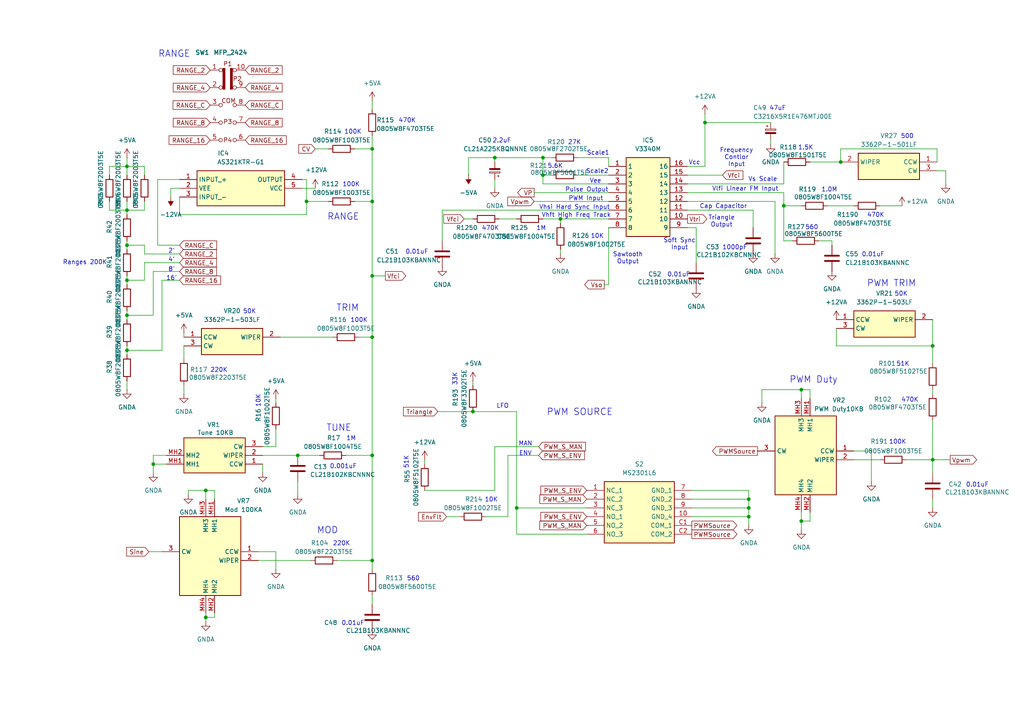
<source format=kicad_sch>
(kicad_sch (version 20250114) (generator "eeschema") (generator_version "9.0")
  (paper "A4")
  (text "LFO" (at 145.796 117.856 0) (effects (font (size 1.27 1.27))))
  (text "Scale2" (at 173.228 49.784 0) (effects (font (size 1.27 1.27))))
  (text "Vcc" (at 201.422 47.244 0) (effects (font (size 1.27 1.27))))
  (text "TRIM" (at 100.838 89.408 0) (effects (font (size 1.905 1.905))))
  (text "0.01uF" (at 283.464 140.716 0) (effects (font (size 1.27 1.27))))
  (text "560" (at 119.888 167.894 0) (effects (font (size 1.27 1.27))))
  (text "Frequency\nContlor\nInput" (at 213.614 45.72 0) (effects (font (size 1.27 1.27))))
  (text "220K" (at 63.5 107.442 0) (effects (font (size 1.27 1.27))))
  (text "10K" (at 142.494 145.034 0) (effects (font (size 1.27 1.27))))
  (text "33K" (at 131.9687 110.0165 90) (effects (font (size 1.27 1.27))))
  (text "RANGE" (at 50.546 15.748 0) (effects (font (size 1.905 1.905))))
  (text "Pulse Output" (at 170.18 55.118 0) (effects (font (size 1.27 1.27))))
  (text "47uF" (at 225.552 31.496 0) (effects (font (size 1.27 1.27))))
  (text "27K" (at 166.624 41.402 0) (effects (font (size 1.27 1.27))))
  (text "RANGE" (at 99.568 62.992 0) (effects (font (size 1.905 1.905))))
  (text "100K" (at 260.35 128.27 0) (effects (font (size 1.27 1.27))))
  (text "PWM SOURCE" (at 168.148 119.634 0) (effects (font (size 1.905 1.905))))
  (text "500" (at 263.144 39.624 0) (effects (font (size 1.27 1.27))))
  (text "Vhsi Hard Sync Input" (at 166.624 60.198 0) (effects (font (size 1.27 1.27))))
  (text "470K" (at 263.906 116.078 0) (effects (font (size 1.27 1.27))))
  (text "Triangle\nOutput" (at 209.296 64.262 0) (effects (font (size 1.27 1.27))))
  (text "0.001uF" (at 99.568 135.382 0) (effects (font (size 1.27 1.27))))
  (text "TUNE" (at 98.298 124.206 0) (effects (font (size 1.905 1.905))))
  (text "8'" (at 49.784 78.232 0) (effects (font (size 1.27 1.27))))
  (text "100K" (at 104.14 92.964 0) (effects (font (size 1.27 1.27))))
  (text "PWM Input" (at 169.926 57.658 0) (effects (font (size 1.27 1.27))))
  (text "51K" (at 117.856 134.112 90) (effects (font (size 1.27 1.27))))
  (text "470K" (at 254 62.484 0) (effects (font (size 1.27 1.27))))
  (text "PWM Duty" (at 235.966 110.236 0) (effects (font (size 1.905 1.905))))
  (text "1.5K" (at 233.68 42.926 0) (effects (font (size 1.27 1.27))))
  (text "Sawtooth\nOutput" (at 182.118 74.93 0) (effects (font (size 1.27 1.27))))
  (text "PWM TRIM" (at 258.572 82.296 0) (effects (font (size 1.905 1.905))))
  (text "1000pF" (at 213.106 71.882 0) (effects (font (size 1.27 1.27))))
  (text "Vlfi Linear FM Input" (at 216.154 54.864 0) (effects (font (size 1.27 1.27))))
  (text "220K" (at 99.06 157.734 0) (effects (font (size 1.27 1.27))))
  (text "MAN" (at 152.4 128.778 0) (effects (font (size 1.27 1.27))))
  (text "16'" (at 49.784 80.772 0) (effects (font (size 1.27 1.27))))
  (text "Vee" (at 172.72 52.578 0) (effects (font (size 1.27 1.27))))
  (text "10K" (at 173.228 68.58 0) (effects (font (size 1.27 1.27))))
  (text "0.01uF" (at 253.238 73.914 0) (effects (font (size 1.27 1.27))))
  (text "Soft Sync\nInput" (at 197.104 70.866 0) (effects (font (size 1.27 1.27))))
  (text "Scale1" (at 173.482 44.45 0) (effects (font (size 1.27 1.27))))
  (text "0.01uF" (at 102.362 180.848 0) (effects (font (size 1.27 1.27))))
  (text "Ranges 200K" (at 24.638 76.2 0) (effects (font (size 1.27 1.27))))
  (text "51K" (at 261.874 105.664 0) (effects (font (size 1.27 1.27))))
  (text "100K" (at 102.362 38.354 0) (effects (font (size 1.27 1.27))))
  (text "560" (at 235.458 66.04 0) (effects (font (size 1.27 1.27))))
  (text "2.2uF" (at 145.542 40.894 0) (effects (font (size 1.27 1.27))))
  (text "1M" (at 101.854 127.254 0) (effects (font (size 1.27 1.27))))
  (text "Vs Scale" (at 221.234 52.07 0) (effects (font (size 1.27 1.27))))
  (text "ENV" (at 152.4 131.572 0) (effects (font (size 1.27 1.27))))
  (text "50K" (at 72.39 90.424 0) (effects (font (size 1.27 1.27))))
  (text "470K" (at 142.24 66.294 0) (effects (font (size 1.27 1.27))))
  (text "100K" (at 101.854 53.594 0) (effects (font (size 1.27 1.27))))
  (text "10K" (at 74.93 116.332 90) (effects (font (size 1.27 1.27))))
  (text "1.0M" (at 240.538 55.118 0) (effects (font (size 1.27 1.27))))
  (text "Cap Capacitor" (at 209.804 59.944 0) (effects (font (size 1.27 1.27))))
  (text "0.01uF" (at 196.85 79.756 0) (effects (font (size 1.27 1.27))))
  (text "0.01uF" (at 120.904 73.152 0) (effects (font (size 1.27 1.27))))
  (text "50K" (at 261.366 85.344 0) (effects (font (size 1.27 1.27))))
  (text "470K" (at 118.11 35.052 0) (effects (font (size 1.27 1.27))))
  (text "1M" (at 156.972 66.294 0) (effects (font (size 1.27 1.27))))
  (text "4'" (at 49.784 75.438 0) (effects (font (size 1.27 1.27))))
  (text "MOD" (at 94.996 153.924 0) (effects (font (size 1.905 1.905))))
  (text "Vhft High Freq Track" (at 167.132 62.484 0) (effects (font (size 1.27 1.27))))
  (text "5.6K" (at 161.036 48.26 0) (effects (font (size 1.27 1.27))))
  (text "2'" (at 49.784 72.898 0) (effects (font (size 1.27 1.27))))
  (junction (at 36.83 91.44))
  (junction (at 36.83 101.6))
  (junction (at 44.45 134.62))
  (junction (at 107.95 97.79))
  (junction (at 157.48 50.8))
  (junction (at 157.48 45.72))
  (junction (at 107.95 58.42))
  (junction (at 204.47 35.56))
  (junction (at 86.36 132.08))
  (junction (at 137.16 119.38))
  (junction (at 149.86 147.32))
  (junction (at 88.9 58.42))
  (junction (at 227.33 59.69))
  (junction (at 143.51 45.72))
  (junction (at 36.83 71.12))
  (junction (at 162.56 63.5))
  (junction (at 36.83 60.96))
  (junction (at 107.95 162.56))
  (junction (at 107.95 80.01))
  (junction (at 36.83 81.28))
  (junction (at 59.69 179.07))
  (junction (at 107.95 43.18))
  (junction (at 243.84 46.99))
  (junction (at 36.83 48.26))
  (junction (at 59.69 142.24))
  (junction (at 270.51 133.35))
  (junction (at 217.17 147.32))
  (junction (at 107.95 132.08))
  (junction (at 270.51 100.33))
  (junction (at 232.41 151.13))
  (junction (at 217.17 144.78))
  (junction (at 232.41 113.03))
  (junction (at 217.17 149.86))
  (wire (pts (xy 76.2 129.54) (xy 80.01 129.54)))
  (wire (pts (xy 128.27 60.96) (xy 128.27 69.85)))
  (wire (pts (xy 227.33 46.99) (xy 227.33 53.34)))
  (wire (pts (xy 107.95 43.18) (xy 107.95 58.42)))
  (wire (pts (xy 107.95 172.72) (xy 107.95 175.26)))
  (wire (pts (xy 200.66 149.86) (xy 217.17 149.86)))
  (wire (pts (xy 41.91 76.2) (xy 52.07 76.2)))
  (wire (pts (xy 36.83 48.26) (xy 41.91 48.26)))
  (wire (pts (xy 81.28 97.79) (xy 96.52 97.79)))
  (wire (pts (xy 247.65 130.81) (xy 252.73 130.81)))
  (wire (pts (xy 176.53 45.72) (xy 167.64 45.72)))
  (wire (pts (xy 157.48 45.72) (xy 160.02 45.72)))
  (wire (pts (xy 200.66 147.32) (xy 217.17 147.32)))
  (wire (pts (xy 255.27 59.69) (xy 261.62 59.69)))
  (wire (pts (xy 45.72 71.12) (xy 45.72 52.07)))
  (wire (pts (xy 270.51 100.33) (xy 270.51 92.71)))
  (wire (pts (xy 232.41 113.03) (xy 220.98 113.03)))
  (wire (pts (xy 149.86 147.32) (xy 149.86 119.38)))
  (wire (pts (xy 162.56 63.5) (xy 176.53 63.5)))
  (wire (pts (xy 53.34 96.52) (xy 53.34 97.79)))
  (wire (pts (xy 134.62 63.5) (xy 137.16 63.5)))
  (wire (pts (xy 137.16 110.49) (xy 137.16 111.76)))
  (wire (pts (xy 36.83 60.96) (xy 36.83 62.23)))
  (wire (pts (xy 46.99 101.6) (xy 46.99 81.28)))
  (wire (pts (xy 41.91 71.12) (xy 41.91 73.66)))
  (wire (pts (xy 199.39 55.88) (xy 227.33 55.88)))
  (wire (pts (xy 217.17 149.86) (xy 217.17 152.4)))
  (wire (pts (xy 217.17 144.78) (xy 217.17 147.32)))
  (wire (pts (xy 237.49 69.85) (xy 241.3 69.85)))
  (wire (pts (xy 262.89 133.35) (xy 270.51 133.35)))
  (wire (pts (xy 147.32 132.08) (xy 156.21 132.08)))
  (wire (pts (xy 143.51 45.72) (xy 157.48 45.72)))
  (wire (pts (xy 54.61 142.24) (xy 59.69 142.24)))
  (wire (pts (xy 227.33 55.88) (xy 227.33 59.69)))
  (wire (pts (xy 36.83 90.17) (xy 36.83 91.44)))
  (wire (pts (xy 176.53 48.26) (xy 176.53 45.72)))
  (wire (pts (xy 270.51 133.35) (xy 275.59 133.35)))
  (wire (pts (xy 143.51 129.54) (xy 156.21 129.54)))
  (wire (pts (xy 252.73 130.81) (xy 252.73 139.7)))
  (wire (pts (xy 88.9 52.07) (xy 87.63 52.07)))
  (wire (pts (xy 175.26 82.55) (xy 176.53 82.55)))
  (wire (pts (xy 41.91 48.26) (xy 41.91 50.8)))
  (wire (pts (xy 224.79 58.42) (xy 224.79 73.66)))
  (wire (pts (xy 59.69 142.24) (xy 59.69 144.78)))
  (wire (pts (xy 232.41 148.59) (xy 232.41 151.13)))
  (wire (pts (xy 154.94 58.42) (xy 176.53 58.42)))
  (wire (pts (xy 62.23 144.78) (xy 62.23 142.24)))
  (wire (pts (xy 204.47 33.02) (xy 204.47 35.56)))
  (wire (pts (xy 76.2 137.16) (xy 76.2 134.62)))
  (wire (pts (xy 111.76 80.01) (xy 107.95 80.01)))
  (wire (pts (xy 170.18 154.94) (xy 149.86 154.94)))
  (wire (pts (xy 53.34 111.76) (xy 53.34 114.3)))
  (wire (pts (xy 107.95 97.79) (xy 107.95 80.01)))
  (wire (pts (xy 41.91 73.66) (xy 52.07 73.66)))
  (wire (pts (xy 36.83 91.44) (xy 44.45 91.44)))
  (wire (pts (xy 227.33 53.34) (xy 199.39 53.34)))
  (wire (pts (xy 53.34 100.33) (xy 53.34 104.14)))
  (wire (pts (xy 232.41 151.13) (xy 232.41 153.67)))
  (wire (pts (xy 107.95 97.79) (xy 107.95 132.08)))
  (wire (pts (xy 36.83 80.01) (xy 36.83 81.28)))
  (wire (pts (xy 54.61 143.51) (xy 54.61 142.24)))
  (wire (pts (xy 241.3 69.85) (xy 241.3 71.12)))
  (wire (pts (xy 229.87 69.85) (xy 227.33 69.85)))
  (wire (pts (xy 129.54 149.86) (xy 133.35 149.86)))
  (wire (pts (xy 270.51 113.03) (xy 270.51 114.3)))
  (wire (pts (xy 144.78 63.5) (xy 149.86 63.5)))
  (wire (pts (xy 270.51 133.35) (xy 270.51 137.16)))
  (wire (pts (xy 36.83 45.72) (xy 36.83 48.26)))
  (wire (pts (xy 59.69 179.07) (xy 59.69 180.34)))
  (wire (pts (xy 234.95 115.57) (xy 234.95 113.03)))
  (wire (pts (xy 36.83 91.44) (xy 36.83 92.71)))
  (wire (pts (xy 143.51 45.72) (xy 143.51 46.99)))
  (wire (pts (xy 127 119.38) (xy 137.16 119.38)))
  (wire (pts (xy 218.44 60.96) (xy 218.44 66.04)))
  (wire (pts (xy 45.72 71.12) (xy 52.07 71.12)))
  (wire (pts (xy 201.93 66.04) (xy 199.39 66.04)))
  (wire (pts (xy 200.66 144.78) (xy 217.17 144.78)))
  (wire (pts (xy 44.45 91.44) (xy 44.45 78.74)))
  (wire (pts (xy 217.17 147.32) (xy 217.17 149.86)))
  (wire (pts (xy 86.36 139.7) (xy 86.36 143.51)))
  (wire (pts (xy 140.97 149.86) (xy 147.32 149.86)))
  (wire (pts (xy 234.95 151.13) (xy 234.95 148.59)))
  (wire (pts (xy 31.75 50.8) (xy 31.75 48.26)))
  (wire (pts (xy 88.9 62.23) (xy 88.9 58.42)))
  (wire (pts (xy 234.95 46.99) (xy 243.84 46.99)))
  (wire (pts (xy 123.19 133.35) (xy 123.19 134.62)))
  (wire (pts (xy 157.48 63.5) (xy 162.56 63.5)))
  (wire (pts (xy 176.53 60.96) (xy 128.27 60.96)))
  (wire (pts (xy 74.93 162.56) (xy 90.17 162.56)))
  (wire (pts (xy 74.93 160.02) (xy 80.01 160.02)))
  (wire (pts (xy 199.39 58.42) (xy 224.79 58.42)))
  (wire (pts (xy 143.51 142.24) (xy 143.51 129.54)))
  (wire (pts (xy 232.41 115.57) (xy 232.41 113.03)))
  (wire (pts (xy 36.83 81.28) (xy 36.83 82.55)))
  (wire (pts (xy 204.47 48.26) (xy 199.39 48.26)))
  (wire (pts (xy 200.66 142.24) (xy 217.17 142.24)))
  (wire (pts (xy 199.39 60.96) (xy 218.44 60.96)))
  (wire (pts (xy 209.55 50.8) (xy 199.39 50.8)))
  (wire (pts (xy 160.02 50.8) (xy 157.48 50.8)))
  (wire (pts (xy 88.9 58.42) (xy 88.9 52.07)))
  (wire (pts (xy 36.83 69.85) (xy 36.83 71.12)))
  (wire (pts (xy 104.14 97.79) (xy 107.95 97.79)))
  (wire (pts (xy 242.57 100.33) (xy 270.51 100.33)))
  (wire (pts (xy 102.87 43.18) (xy 107.95 43.18)))
  (wire (pts (xy 176.53 82.55) (xy 176.53 66.04)))
  (wire (pts (xy 107.95 58.42) (xy 107.95 80.01)))
  (wire (pts (xy 86.36 132.08) (xy 92.71 132.08)))
  (wire (pts (xy 107.95 29.21) (xy 107.95 31.75)))
  (wire (pts (xy 48.26 134.62) (xy 44.45 134.62)))
  (wire (pts (xy 223.52 40.64) (xy 223.52 41.91)))
  (wire (pts (xy 170.18 147.32) (xy 149.86 147.32)))
  (wire (pts (xy 41.91 81.28) (xy 41.91 76.2)))
  (wire (pts (xy 36.83 60.96) (xy 41.91 60.96)))
  (wire (pts (xy 271.78 49.53) (xy 274.32 49.53)))
  (wire (pts (xy 135.89 45.72) (xy 143.51 45.72)))
  (wire (pts (xy 36.83 58.42) (xy 36.83 60.96)))
  (wire (pts (xy 234.95 113.03) (xy 232.41 113.03)))
  (wire (pts (xy 167.64 50.8) (xy 176.53 50.8)))
  (wire (pts (xy 80.01 124.46) (xy 80.01 129.54)))
  (wire (pts (xy 36.83 48.26) (xy 36.83 50.8)))
  (wire (pts (xy 240.03 59.69) (xy 247.65 59.69)))
  (wire (pts (xy 232.41 151.13) (xy 234.95 151.13)))
  (wire (pts (xy 135.89 45.72) (xy 135.89 50.8)))
  (wire (pts (xy 154.94 55.88) (xy 176.53 55.88)))
  (wire (pts (xy 227.33 59.69) (xy 232.41 59.69)))
  (wire (pts (xy 147.32 149.86) (xy 147.32 132.08)))
  (wire (pts (xy 80.01 116.84) (xy 80.01 115.57)))
  (wire (pts (xy 80.01 160.02) (xy 80.01 165.1)))
  (wire (pts (xy 62.23 179.07) (xy 59.69 179.07)))
  (wire (pts (xy 270.51 121.92) (xy 270.51 133.35)))
  (wire (pts (xy 204.47 35.56) (xy 223.52 35.56)))
  (wire (pts (xy 45.72 52.07) (xy 52.07 52.07)))
  (wire (pts (xy 271.78 46.99) (xy 271.78 43.18)))
  (wire (pts (xy 91.44 43.18) (xy 95.25 43.18)))
  (wire (pts (xy 107.95 39.37) (xy 107.95 43.18)))
  (wire (pts (xy 143.51 52.07) (xy 143.51 54.61)))
  (wire (pts (xy 271.78 43.18) (xy 243.84 43.18)))
  (wire (pts (xy 123.19 142.24) (xy 143.51 142.24)))
  (wire (pts (xy 87.63 54.61) (xy 91.44 54.61)))
  (wire (pts (xy 176.53 53.34) (xy 157.48 53.34)))
  (wire (pts (xy 46.99 81.28) (xy 52.07 81.28)))
  (wire (pts (xy 31.75 48.26) (xy 36.83 48.26)))
  (wire (pts (xy 88.9 58.42) (xy 95.25 58.42)))
  (wire (pts (xy 220.98 113.03) (xy 220.98 116.84)))
  (wire (pts (xy 62.23 177.8) (xy 62.23 179.07)))
  (wire (pts (xy 36.83 100.33) (xy 36.83 101.6)))
  (wire (pts (xy 243.84 43.18) (xy 243.84 46.99)))
  (wire (pts (xy 107.95 162.56) (xy 107.95 165.1)))
  (wire (pts (xy 41.91 60.96) (xy 41.91 58.42)))
  (wire (pts (xy 44.45 132.08) (xy 44.45 134.62)))
  (wire (pts (xy 44.45 78.74) (xy 52.07 78.74)))
  (wire (pts (xy 31.75 60.96) (xy 36.83 60.96)))
  (wire (pts (xy 36.83 71.12) (xy 41.91 71.12)))
  (wire (pts (xy 49.53 54.61) (xy 49.53 57.15)))
  (wire (pts (xy 270.51 100.33) (xy 270.51 105.41)))
  (wire (pts (xy 157.48 45.72) (xy 157.48 50.8)))
  (wire (pts (xy 270.51 144.78) (xy 270.51 147.32)))
  (wire (pts (xy 162.56 63.5) (xy 162.56 64.77)))
  (wire (pts (xy 149.86 154.94) (xy 149.86 147.32)))
  (wire (pts (xy 107.95 162.56) (xy 107.95 132.08)))
  (wire (pts (xy 102.87 58.42) (xy 107.95 58.42)))
  (wire (pts (xy 100.33 132.08) (xy 107.95 132.08)))
  (wire (pts (xy 274.32 49.53) (xy 274.32 53.34)))
  (wire (pts (xy 149.86 119.38) (xy 137.16 119.38)))
  (wire (pts (xy 43.18 160.02) (xy 46.99 160.02)))
  (wire (pts (xy 44.45 134.62) (xy 44.45 137.16)))
  (wire (pts (xy 48.26 132.08) (xy 44.45 132.08)))
  (wire (pts (xy 59.69 177.8) (xy 59.69 179.07)))
  (wire (pts (xy 227.33 59.69) (xy 227.33 69.85)))
  (wire (pts (xy 36.83 101.6) (xy 46.99 101.6)))
  (wire (pts (xy 52.07 57.15) (xy 52.07 62.23)))
  (wire (pts (xy 157.48 53.34) (xy 157.48 50.8)))
  (wire (pts (xy 52.07 54.61) (xy 49.53 54.61)))
  (wire (pts (xy 217.17 142.24) (xy 217.17 144.78)))
  (wire (pts (xy 36.83 71.12) (xy 36.83 72.39)))
  (wire (pts (xy 62.23 142.24) (xy 59.69 142.24)))
  (wire (pts (xy 31.75 58.42) (xy 31.75 60.96)))
  (wire (pts (xy 247.65 133.35) (xy 255.27 133.35)))
  (wire (pts (xy 76.2 132.08) (xy 86.36 132.08)))
  (wire (pts (xy 52.07 62.23) (xy 88.9 62.23)))
  (wire (pts (xy 201.93 66.04) (xy 201.93 76.2)))
  (wire (pts (xy 242.57 95.25) (xy 242.57 100.33)))
  (wire (pts (xy 36.83 110.49) (xy 36.83 113.03)))
  (wire (pts (xy 97.79 162.56) (xy 107.95 162.56)))
  (wire (pts (xy 36.83 81.28) (xy 41.91 81.28)))
  (wire (pts (xy 162.56 73.66) (xy 162.56 72.39)))
  (wire (pts (xy 204.47 35.56) (xy 204.47 48.26)))
  (wire (pts (xy 36.83 101.6) (xy 36.83 102.87)))
  (global_label "VP" (shape output) (at 154.94 55.88 180) (property "Intersheetrefs" "${INTERSHEET_REFS}" (effects (hide yes))))
  (global_label "RANGE_16" (shape input) (at 52.07 81.28 0) (property "Intersheetrefs" "${INTERSHEET_REFS}" (effects (hide yes))))
  (global_label "Vpwm" (shape input) (at 154.94 58.42 180) (property "Intersheetrefs" "${INTERSHEET_REFS}" (effects (hide yes))))
  (global_label "RANGE_2" (shape input) (at 71.12 20.32 0) (property "Intersheetrefs" "${INTERSHEET_REFS}" (effects (hide yes))))
  (global_label "RANGE_16" (shape input) (at 60.96 40.64 180) (property "Intersheetrefs" "${INTERSHEET_REFS}" (effects (hide yes))))
  (global_label "PWMSource" (shape output) (at 200.66 152.4 0) (property "Intersheetrefs" "${INTERSHEET_REFS}" (effects (hide yes))))
  (global_label "RANGE_8" (shape input) (at 71.12 35.56 0) (property "Intersheetrefs" "${INTERSHEET_REFS}" (effects (hide yes))))
  (global_label "Vpwm" (shape output) (at 275.59 133.35 0) (property "Intersheetrefs" "${INTERSHEET_REFS}" (effects (hide yes))))
  (global_label "EnvFlt" (shape input) (at 129.54 149.86 180) (property "Intersheetrefs" "${INTERSHEET_REFS}" (effects (hide yes))))
  (global_label "Vfci" (shape input) (at 209.55 50.8 0) (property "Intersheetrefs" "${INTERSHEET_REFS}" (effects (hide yes))))
  (global_label "PWM_S_MAN" (shape input) (at 156.21 129.54 0) (property "Intersheetrefs" "${INTERSHEET_REFS}" (effects (hide yes))))
  (global_label "RANGE_2" (shape input) (at 52.07 73.66 0) (property "Intersheetrefs" "${INTERSHEET_REFS}" (effects (hide yes))))
  (global_label "Triangle" (shape input) (at 127 119.38 180) (property "Intersheetrefs" "${INTERSHEET_REFS}" (effects (hide yes))))
  (global_label "PWM_S_ENV" (shape input) (at 156.21 132.08 0) (property "Intersheetrefs" "${INTERSHEET_REFS}" (effects (hide yes))))
  (global_label "RANGE_2" (shape input) (at 60.96 20.32 180) (property "Intersheetrefs" "${INTERSHEET_REFS}" (effects (hide yes))))
  (global_label "PWM_S_MAN" (shape input) (at 170.18 152.4 180) (property "Intersheetrefs" "${INTERSHEET_REFS}" (effects (hide yes))))
  (global_label "RANGE_4" (shape input) (at 52.07 76.2 0) (property "Intersheetrefs" "${INTERSHEET_REFS}" (effects (hide yes))))
  (global_label "PWMSource" (shape output) (at 219.71 130.81 180) (property "Intersheetrefs" "${INTERSHEET_REFS}" (effects (hide yes))))
  (global_label "RANGE_16" (shape input) (at 71.12 40.64 0) (property "Intersheetrefs" "${INTERSHEET_REFS}" (effects (hide yes))))
  (global_label "RANGE_C" (shape input) (at 71.12 30.48 0) (property "Intersheetrefs" "${INTERSHEET_REFS}" (effects (hide yes))))
  (global_label "RANGE_4" (shape input) (at 60.96 25.4 180) (property "Intersheetrefs" "${INTERSHEET_REFS}" (effects (hide yes))))
  (global_label "PWM_S_MAN" (shape input) (at 170.18 144.78 180) (property "Intersheetrefs" "${INTERSHEET_REFS}" (effects (hide yes))))
  (global_label "RANGE_C" (shape input) (at 60.96 30.48 180) (property "Intersheetrefs" "${INTERSHEET_REFS}" (effects (hide yes))))
  (global_label "PWM_S_ENV" (shape input) (at 170.18 142.24 180) (property "Intersheetrefs" "${INTERSHEET_REFS}" (effects (hide yes))))
  (global_label "CV" (shape input) (at 91.44 43.18 180) (property "Intersheetrefs" "${INTERSHEET_REFS}" (effects (hide yes))))
  (global_label "Vfci" (shape output) (at 111.76 80.01 0) (property "Intersheetrefs" "${INTERSHEET_REFS}" (effects (hide yes))))
  (global_label "RANGE_C" (shape input) (at 52.07 71.12 0) (property "Intersheetrefs" "${INTERSHEET_REFS}" (effects (hide yes))))
  (global_label "Sine" (shape input) (at 43.18 160.02 180) (property "Intersheetrefs" "${INTERSHEET_REFS}" (effects (hide yes))))
  (global_label "RANGE_8" (shape input) (at 52.07 78.74 0) (property "Intersheetrefs" "${INTERSHEET_REFS}" (effects (hide yes))))
  (global_label "Vfci" (shape input) (at 134.62 63.5 180) (property "Intersheetrefs" "${INTERSHEET_REFS}" (effects (hide yes))))
  (global_label "Vso" (shape output) (at 175.26 82.55 180) (property "Intersheetrefs" "${INTERSHEET_REFS}" (effects (hide yes))))
  (global_label "RANGE_8" (shape input) (at 60.96 35.56 180) (property "Intersheetrefs" "${INTERSHEET_REFS}" (effects (hide yes))))
  (global_label "PWM_S_ENV" (shape input) (at 170.18 149.86 180) (property "Intersheetrefs" "${INTERSHEET_REFS}" (effects (hide yes))))
  (global_label "RANGE_4" (shape input) (at 71.12 25.4 0) (property "Intersheetrefs" "${INTERSHEET_REFS}" (effects (hide yes))))
  (global_label "PWMSource" (shape output) (at 200.66 154.94 0) (property "Intersheetrefs" "${INTERSHEET_REFS}" (effects (hide yes))))
  (global_label "Vtri" (shape output) (at 199.39 63.5 0) (property "Intersheetrefs" "${INTERSHEET_REFS}" (effects (hide yes))))
  (symbol (lib_id "power:+5VA") (at 53.34 96.52 0) (unit 1)
    (property "Reference" "#PWR020" (effects (hide yes)))
    (property "Value" "+5VA" (at 53.34 91.44 0))
    (property "Description" "Power symbol creates a global label with name \"+5VA\"" (effects (hide yes)))
  )
  (symbol (lib_id "Device:R") (at 231.14 46.99 90) (unit 1)
    (property "Reference" "R118" (at 228.6 42.672 90))
    (property "Value" "0805W8F1501T5E" (at 231.394 44.958 90))
    (property "Footprint" "Resistor_SMD:R_0805_2012Metric_Pad1.20x1.40mm_HandSolder" (effects (hide yes)))
    (property "Description" "Resistor" (effects (hide yes)))
  )
  (symbol (lib_id "Device:R") (at 80.01 120.65 180) (unit 1)
    (property "Reference" "R16" (at 74.93 120.396 90))
    (property "Value" "0805W8F1002T5E" (at 77.47 120.65 90))
    (property "Footprint" "Resistor_SMD:R_0805_2012Metric_Pad1.20x1.40mm_HandSolder" (effects (hide yes)))
    (property "Description" "Resistor" (effects (hide yes)))
  )
  (symbol (lib_id "Device:R") (at 163.83 50.8 90) (unit 1)
    (property "Reference" "R121" (at 156.21 48.006 90))
    (property "Value" "0805W8F5601T5E" (at 162.306 50.038 90))
    (property "Footprint" "Resistor_SMD:R_0805_2012Metric_Pad1.20x1.40mm_HandSolder" (effects (hide yes)))
    (property "Description" "Resistor" (effects (hide yes)))
  )
  (symbol (lib_id "power:GNDA") (at 217.17 152.4 0) (unit 1)
    (property "Reference" "#PWR027" (effects (hide yes)))
    (property "Value" "GNDA" (at 217.17 157.48 0))
    (property "Description" "Power symbol creates a global label with name \"GNDA\" , analog ground" (effects (hide yes)))
  )
  (symbol (lib_id "Device:C") (at 201.93 80.01 180) (unit 1)
    (property "Reference" "C52" (at 187.96 79.502 0) (effects (justify right)))
    (property "Value" "CL21B103KBANNNC" (at 184.912 81.788 0) (effects (justify right)))
    (property "Footprint" "Capacitor_SMD:C_0805_2012Metric_Pad1.18x1.45mm_HandSolder" (effects (hide yes)))
    (property "Description" "Unpolarized capacitor" (effects (hide yes)))
  )
  (symbol (lib_id "power:GNDA") (at 252.73 139.7 0) (unit 1)
    (property "Reference" "#PWR075" (effects (hide yes)))
    (property "Value" "GNDA" (at 252.73 144.78 0))
    (property "Description" "Power symbol creates a global label with name \"GNDA\" , analog ground" (effects (hide yes)))
  )
  (symbol (lib_id "Device:C") (at 218.44 69.85 180) (unit 1)
    (property "Reference" "C53" (at 204.724 71.628 0) (effects (justify right)))
    (property "Value" "CL21B102KBCNNNC" (at 201.93 73.914 0) (effects (justify right)))
    (property "Footprint" "Capacitor_SMD:C_0805_2012Metric_Pad1.18x1.45mm_HandSolder" (effects (hide yes)))
    (property "Description" "Unpolarized capacitor" (effects (hide yes)))
  )
  (symbol (lib_id "power:+5VA") (at 80.01 115.57 0) (unit 1)
    (property "Reference" "#PWR017" (effects (hide yes)))
    (property "Value" "+5VA" (at 80.01 110.49 0))
    (property "Description" "Power symbol creates a global label with name \"+5VA\"" (effects (hide yes)))
  )
  (symbol (lib_id "SamacSys_Parts:RK09D117000B") (at 76.2 134.62 180) (unit 1)
    (property "Reference" "VR1" (at 61.976 123.19 0))
    (property "Value" "Tune 10KB" (at 62.484 125.476 0))
    (property "Footprint" "SamacSys_parts:RK09D117000B" (effects (hide yes)))
    (property "Datasheet" "https://tech.alpsalpine.com/prod/j/html/potentiometer/rotarypotentiometers/rk09k/rk09d117000b.html" (effects (hide yes)))
    (property "Description" "9-inch insulated shaft snap-in type RK09K/RK09D series" (effects (hide yes)))
    (property "Height" "30" (effects (hide yes)))
    (property "Manufacturer_Name" "ALPS Electric" (effects (hide yes)))
    (property "Manufacturer_Part_Number" "RK09D117000B" (effects (hide yes)))
    (property "Mouser Part Number" "688-RK09D117000B" (effects (hide yes)))
    (property "Mouser Price/Stock" "https://www.mouser.co.uk/ProductDetail/Alps-Alpine/RK09D117000B?qs=3cOf6TWd2rbc67829PEbEQ%3D%3D" (effects (hide yes)))
  )
  (symbol (lib_id "power:GNDA") (at 54.61 143.51 0) (mirror y) (unit 1)
    (property "Reference" "#PWR010" (effects (hide yes)))
    (property "Value" "GNDA" (at 54.61 148.59 0))
    (property "Description" "Power symbol creates a global label with name \"GNDA\" , analog ground" (effects (hide yes)))
  )
  (symbol (lib_id "power:GNDA") (at 80.01 165.1 0) (mirror y) (unit 1)
    (property "Reference" "#PWR059" (effects (hide yes)))
    (property "Value" "GNDA" (at 80.01 170.18 0))
    (property "Description" "Power symbol creates a global label with name \"GNDA\" , analog ground" (effects (hide yes)))
  )
  (symbol (lib_id "power:GNDA") (at 53.34 114.3 0) (unit 1)
    (property "Reference" "#PWR051" (effects (hide yes)))
    (property "Value" "GNDA" (at 53.34 119.38 0))
    (property "Description" "Power symbol creates a global label with name \"GNDA\" , analog ground" (effects (hide yes)))
  )
  (symbol (lib_id "Device:R") (at 93.98 162.56 90) (unit 1)
    (property "Reference" "R104" (at 92.71 157.48 90))
    (property "Value" "0805W8F2203T5E" (at 93.98 160.02 90))
    (property "Footprint" "Resistor_SMD:R_0805_2012Metric_Pad1.20x1.40mm_HandSolder" (effects (hide yes)))
    (property "Description" "Resistor" (effects (hide yes)))
  )
  (symbol (lib_id "power:GNDA") (at 232.41 153.67 0) (unit 1)
    (property "Reference" "#PWR060" (effects (hide yes)))
    (property "Value" "GNDA" (at 232.41 158.75 0))
    (property "Description" "Power symbol creates a global label with name \"GNDA\" , analog ground" (effects (hide yes)))
  )
  (symbol (lib_id "Device:C") (at 86.36 135.89 180) (unit 1)
    (property "Reference" "C13" (at 90.932 135.382 0) (effects (justify right)))
    (property "Value" "CL21B102KBCNNNC" (at 89.916 137.668 0) (effects (justify right)))
    (property "Footprint" "Capacitor_SMD:C_0805_2012Metric_Pad1.18x1.45mm_HandSolder" (effects (hide yes)))
    (property "Description" "Unpolarized capacitor" (effects (hide yes)))
  )
  (symbol (lib_id "SamacSys_Parts:3362P-1-103LF") (at 53.34 97.79 0) (unit 1)
    (property "Reference" "VR20" (at 67.31 90.17 0))
    (property "Value" "3362P-1-503LF" (at 67.31 92.71 0))
    (property "Footprint" "SamacSys_parts:3362P_1" (effects (hide yes)))
    (property "Datasheet" "https://datasheet.datasheetarchive.com/originals/distributors/SFDatasheet-6/sf-000139931.pdf" (effects (hide yes)))
    (property "Description" "10k, Through Hole Trimmer Potentiometer 0.5W Top Adjust Bourns, 3362" (effects (hide yes)))
    (property "Manufacturer_Name" "Bourns" (effects (hide yes)))
    (property "Manufacturer_Part_Number" "3362P-1-103LF" (effects (hide yes)))
    (property "Mouser Part Number" "652-3362P-1-103LF" (effects (hide yes)))
    (property "Mouser Price/Stock" "https://www.mouser.co.uk/ProductDetail/Bourns/3362P-1-103LF?qs=tS7CBNq%252BQ07BavGNEQud%252BA%3D%3D" (effects (hide yes)))
    (property "Arrow Part Number" "3362P-1-103LF" (effects (hide yes)))
    (property "Arrow Price/Stock" "https://www.arrow.com/en/products/3362p-1-103lf/bourns?utm_currency=USD&region=nac" (effects (hide yes)))
  )
  (symbol (lib_id "power:GNDA") (at 218.44 73.66 0) (unit 1)
    (property "Reference" "#PWR063" (effects (hide yes)))
    (property "Value" "GNDA" (at 218.44 78.74 0))
    (property "Description" "Power symbol creates a global label with name \"GNDA\" , analog ground" (effects (hide yes)))
  )
  (symbol (lib_id "Device:R") (at 31.75 54.61 180) (unit 1)
    (property "Reference" "R43" (at 29.21 57.912 90))
    (property "Value" "0805W8F2003T5E" (at 29.21 52.07 90))
    (property "Footprint" "Resistor_SMD:R_0805_2012Metric_Pad1.20x1.40mm_HandSolder" (effects (hide yes)))
    (property "Description" "Resistor" (effects (hide yes)))
  )
  (symbol (lib_id "power:+12VA") (at 91.44 54.61 0) (unit 1)
    (property "Reference" "#PWR052" (effects (hide yes)))
    (property "Value" "+12VA" (at 91.694 49.276 0))
    (property "Description" "Power symbol creates a global label with name \"+12VA\"" (effects (hide yes)))
  )
  (symbol (lib_id "Device:R") (at 140.97 63.5 90) (unit 1)
    (property "Reference" "R1250" (at 135.382 66.04 90))
    (property "Value" "0805W8F4703T5E" (at 139.7 68.58 90))
    (property "Footprint" "Resistor_SMD:R_0805_2012Metric_Pad1.20x1.40mm_HandSolder" (effects (hide yes)))
    (property "Description" "Resistor" (effects (hide yes)))
  )
  (symbol (lib_id "power:+12VA") (at 123.19 133.35 0) (unit 1)
    (property "Reference" "#PWR055" (effects (hide yes)))
    (property "Value" "+12VA" (at 123.19 128.27 0))
    (property "Description" "Power symbol creates a global label with name \"+12VA\"" (effects (hide yes)))
  )
  (symbol (lib_name "R_1") (lib_id "Device:R") (at 137.16 115.57 180) (unit 1)
    (property "Reference" "R193" (at 132.08 115.316 90))
    (property "Value" "0805W8F3302T5E" (at 134.62 115.57 90))
    (property "Footprint" "Resistor_SMD:R_0805_2012Metric_Pad1.20x1.40mm_HandSolder" (effects (hide yes)))
    (property "Description" "Resistor" (effects (hide yes)))
  )
  (symbol (lib_id "power:GNDA") (at 76.2 137.16 0) (unit 1)
    (property "Reference" "#PWR018" (effects (hide yes)))
    (property "Value" "GNDA" (at 76.2 142.24 0))
    (property "Description" "Power symbol creates a global label with name \"GNDA\" , analog ground" (effects (hide yes)))
  )
  (symbol (lib_id "SamacSys_Parts:MS2301L6") (at 170.18 142.24 0) (unit 1)
    (property "Reference" "S2" (at 185.42 134.62 0))
    (property "Value" "MS2301L6" (at 185.42 137.16 0))
    (property "Footprint" "SamacSys_parts:MS2301L6" (effects (hide yes)))
    (property "Datasheet" "https://www.citrelay.com/Catalog%20Pages/SwitchCatalog/MS2301.pdf" (effects (hide yes)))
    (property "Description" "SLIDE SWITCH DP3T 200MA 30VDC" (effects (hide yes)))
    (property "Height" "14.1" (effects (hide yes)))
    (property "Manufacturer_Name" "CIT Relay & Switch" (effects (hide yes)))
    (property "Manufacturer_Part_Number" "MS2301L6" (effects (hide yes)))
  )
  (symbol (lib_id "Device:R") (at 259.08 133.35 90) (unit 1)
    (property "Reference" "R191" (at 255.016 128.016 90))
    (property "Value" "0805W8F1003T5E" (at 259.08 130.81 90))
    (property "Footprint" "Resistor_SMD:R_0805_2012Metric_Pad1.20x1.40mm_HandSolder" (effects (hide yes)))
    (property "Description" "Resistor" (effects (hide yes)))
  )
  (symbol (lib_id "Device:C_Polarized_Small") (at 143.51 49.53 180) (unit 1)
    (property "Reference" "C50" (at 138.684 40.64 0) (effects (justify right)))
    (property "Value" "CL21A225KBQNNNE" (at 134.366 43.18 0) (effects (justify right)))
    (property "Footprint" "Capacitor_SMD:C_0805_2012Metric_Pad1.18x1.45mm_HandSolder" (effects (hide yes)))
    (property "Description" "Polarized capacitor, small symbol" (effects (hide yes)))
  )
  (symbol (lib_id "Device:R") (at 270.51 118.11 180) (unit 1)
    (property "Reference" "R102" (at 256.032 115.824 0))
    (property "Value" "0805W8F4703T5E" (at 260.35 118.11 0))
    (property "Footprint" "Resistor_SMD:R_0805_2012Metric_Pad1.20x1.40mm_HandSolder" (effects (hide yes)))
    (property "Description" "Resistor" (effects (hide yes)))
  )
  (symbol (lib_id "Device:R") (at 137.16 149.86 90) (unit 1)
    (property "Reference" "R214" (at 137.414 144.78 90))
    (property "Value" "0805W8F1002T5E" (at 137.16 147.32 90))
    (property "Footprint" "Resistor_SMD:R_0805_2012Metric_Pad1.20x1.40mm_HandSolder" (effects (hide yes)))
    (property "Description" "Resistor" (effects (hide yes)))
  )
  (symbol (lib_id "power:+12VA") (at 242.57 92.71 0) (unit 1)
    (property "Reference" "#PWR067" (effects (hide yes)))
    (property "Value" "+12VA" (at 242.57 87.63 0))
    (property "Description" "Power symbol creates a global label with name \"+12VA\"" (effects (hide yes)))
  )
  (symbol (lib_id "Device:R") (at 36.83 54.61 180) (unit 1)
    (property "Reference" "R44" (at 34.29 57.912 90))
    (property "Value" "0805W8F2003T5E" (at 34.29 52.07 90))
    (property "Footprint" "Resistor_SMD:R_0805_2012Metric_Pad1.20x1.40mm_HandSolder" (effects (hide yes)))
    (property "Description" "Resistor" (effects (hide yes)))
  )
  (symbol (lib_id "power:GNDA") (at 162.56 73.66 0) (unit 1)
    (property "Reference" "#PWR061" (effects (hide yes)))
    (property "Value" "GNDA" (at 162.56 78.74 0))
    (property "Description" "Power symbol creates a global label with name \"GNDA\" , analog ground" (effects (hide yes)))
  )
  (symbol (lib_id "Device:R") (at 99.06 58.42 90) (unit 1)
    (property "Reference" "R112" (at 95.758 53.34 90))
    (property "Value" "0805W8F1003T5E" (at 99.06 55.88 90))
    (property "Footprint" "Resistor_SMD:R_0805_2012Metric_Pad1.20x1.40mm_HandSolder" (effects (hide yes)))
    (property "Description" "Resistor" (effects (hide yes)))
  )
  (symbol (lib_id "Device:R") (at 162.56 68.58 180) (unit 1)
    (property "Reference" "R126" (at 168.402 68.326 0))
    (property "Value" "0805W8F1002T5E" (at 172.974 70.866 0))
    (property "Footprint" "Resistor_SMD:R_0805_2012Metric_Pad1.20x1.40mm_HandSolder" (effects (hide yes)))
    (property "Description" "Resistor" (effects (hide yes)))
  )
  (symbol (lib_id "power:+5VA") (at 36.83 45.72 0) (unit 1)
    (property "Reference" "#PWR015" (effects (hide yes)))
    (property "Value" "+5VA" (at 36.83 40.64 0))
    (property "Description" "Power symbol creates a global label with name \"+5VA\"" (effects (hide yes)))
  )
  (symbol (lib_id "power:GNDA") (at 274.32 53.34 0) (unit 1)
    (property "Reference" "#PWR070" (effects (hide yes)))
    (property "Value" "GNDA" (at 274.32 58.42 0))
    (property "Description" "Power symbol creates a global label with name \"GNDA\" , analog ground" (effects (hide yes)))
  )
  (symbol (lib_id "Device:C") (at 128.27 73.66 180) (unit 1)
    (property "Reference" "C51" (at 111.76 72.898 0) (effects (justify right)))
    (property "Value" "CL21B103KBANNNC" (at 109.22 75.438 0) (effects (justify right)))
    (property "Footprint" "Capacitor_SMD:C_0805_2012Metric_Pad1.18x1.45mm_HandSolder" (effects (hide yes)))
    (property "Description" "Unpolarized capacitor" (effects (hide yes)))
  )
  (symbol (lib_id "Device:R") (at 233.68 69.85 90) (unit 1)
    (property "Reference" "R127" (at 230.886 65.786 90))
    (property "Value" "0805W8F5600T5E" (at 235.966 67.818 90))
    (property "Footprint" "Resistor_SMD:R_0805_2012Metric_Pad1.20x1.40mm_HandSolder" (effects (hide yes)))
    (property "Description" "Resistor" (effects (hide yes)))
  )
  (symbol (lib_id "Device:R") (at 251.46 59.69 90) (unit 1)
    (property "Reference" "R1190" (at 245.872 62.23 90))
    (property "Value" "0805W8F4703T5E" (at 250.19 64.77 90))
    (property "Footprint" "Resistor_SMD:R_0805_2012Metric_Pad1.20x1.40mm_HandSolder" (effects (hide yes)))
    (property "Description" "Resistor" (effects (hide yes)))
  )
  (symbol (lib_id "SamacSys_Parts:PTA2043-2010CIB104") (at 247.65 130.81 0) (mirror y) (unit 1)
    (property "Reference" "VR2" (at 243.332 116.078 0))
    (property "Value" "PWM Duty10KB" (at 243.332 118.618 0))
    (property "Footprint" "SamacSys_parts:PTA20432010CIB104" (effects (hide yes)))
    (property "Datasheet" "https://www.bourns.com/docs/Product-Datasheets/pta.pdf" (effects (hide yes)))
    (property "Description" "100 kOhms 0.1W, 1/10W Through Hole Slide Potentiometer Top Adjustment Type" (effects (hide yes)))
    (property "Height" "26.5" (effects (hide yes)))
    (property "Manufacturer_Name" "Bourns" (effects (hide yes)))
    (property "Manufacturer_Part_Number" "PTA2043-2010CIB104" (effects (hide yes)))
    (property "Mouser Part Number" "652-PTA2432010CIB104" (effects (hide yes)))
    (property "Mouser Price/Stock" "https://www.mouser.co.uk/ProductDetail/Bourns/PTA2043-2010CIB104?qs=QARuOjD9jaHYsv9Jo8DrWA%3D%3D" (effects (hide yes)))
    (property "Arrow Part Number" "PTA2043-2010CIB104" (effects (hide yes)))
    (property "Arrow Price/Stock" "https://www.arrow.com/en/products/pta2043-2010cib104/bourns?utm_currency=USD&region=nac" (effects (hide yes)))
  )
  (symbol (lib_id "Device:R") (at 163.83 45.72 90) (unit 1)
    (property "Reference" "R120" (at 161.29 41.148 90))
    (property "Value" "0805W8F2702T5E" (at 162.052 43.18 90))
    (property "Footprint" "Resistor_SMD:R_0805_2012Metric_Pad1.20x1.40mm_HandSolder" (effects (hide yes)))
    (property "Description" "Resistor" (effects (hide yes)))
  )
  (symbol (lib_id "SamacSys_Parts:AS321KTR-E1") (at 52.07 52.07 0) (unit 1)
    (property "Reference" "IC4" (at 64.77 44.45 0))
    (property "Value" "AS321KTR-G1" (at 69.85 46.99 0))
    (property "Footprint" "SamacSys_parts:SOT95P282X145-5N" (effects (hide yes)))
    (property "Datasheet" "https://www.diodes.com//assets/Datasheets/AS321.pdf" (effects (hide yes)))
    (property "Description" "Excellent Phase Margin: 60 deg.  Large Voltage Gain: 100dB (Typical)  Low Input Bias Current: 20nA (Typical)  Low Input Offset Voltage: 2mV (Typical)  Low Supply Current: 0.35mA at VCC = 5V  Wide Power Supply Voltage:  Single Supply: 3V to 36V  Dual Supplies: +/-1.5V to +/-18V  Wide Input Common Mode Voltage Range: 0V to VCC-1.5V  Lead-Free Packages: SOT25  Totally Lead-Free; RoHS Compliant (Notes 1 & 2)  Lead-Free Packages, Available in Green Molding Compound: SOT25  Totally Lead-F" (effects (hide yes)))
    (property "Height" "1.45" (effects (hide yes)))
    (property "Manufacturer_Name" "Diodes Incorporated" (effects (hide yes)))
    (property "Manufacturer_Part_Number" "AS321KTR-E1" (effects (hide yes)))
    (property "Mouser Part Number" "621-AS321KTR-E1" (effects (hide yes)))
    (property "Mouser Price/Stock" "https://www.mouser.co.uk/ProductDetail/Diodes-Incorporated/AS321KTR-E1?qs=5V6w%252Be2aIqbJH6DETpx4Lw%3D%3D" (effects (hide yes)))
    (property "Arrow Part Number" "AS321KTR-E1" (effects (hide yes)))
    (property "Arrow Price/Stock" "https://www.arrow.com/en/products/as321ktr-e1/diodes-incorporated?region=nac" (effects (hide yes)))
  )
  (symbol (lib_id "Device:R") (at 36.83 106.68 180) (unit 1)
    (property "Reference" "R38" (at 31.75 106.426 90))
    (property "Value" "0805W8F2003T5E" (at 34.29 106.68 90))
    (property "Footprint" "Resistor_SMD:R_0805_2012Metric_Pad1.20x1.40mm_HandSolder" (effects (hide yes)))
    (property "Description" "Resistor" (effects (hide yes)))
  )
  (symbol (lib_id "power:GNDA") (at 86.36 143.51 0) (unit 1)
    (property "Reference" "#PWR0105" (effects (hide yes)))
    (property "Value" "GNDA" (at 86.36 148.59 0))
    (property "Description" "Power symbol creates a global label with name \"GNDA\" , analog ground" (effects (hide yes)))
  )
  (symbol (lib_id "power:-5VA") (at 135.89 50.8 180) (unit 1)
    (property "Reference" "#PWR056" (effects (hide yes)))
    (property "Value" "-5VA" (at 135.89 55.88 0))
    (property "Description" "Power symbol creates a global label with name \"-5VA\"" (effects (hide yes)))
  )
  (symbol (lib_id "Device:R") (at 36.83 76.2 180) (unit 1)
    (property "Reference" "R41" (at 31.75 75.946 90))
    (property "Value" "0805W8F2003T5E" (at 34.29 76.2 90))
    (property "Footprint" "Resistor_SMD:R_0805_2012Metric_Pad1.20x1.40mm_HandSolder" (effects (hide yes)))
    (property "Description" "Resistor" (effects (hide yes)))
  )
  (symbol (lib_id "Device:R") (at 41.91 54.61 180) (unit 1)
    (property "Reference" "R45" (at 39.37 57.912 90))
    (property "Value" "0805W8F2003T5E" (at 39.37 52.07 90))
    (property "Footprint" "Resistor_SMD:R_0805_2012Metric_Pad1.20x1.40mm_HandSolder" (effects (hide yes)))
    (property "Description" "Resistor" (effects (hide yes)))
  )
  (symbol (lib_id "Device:R") (at 123.19 138.43 180) (unit 1)
    (property "Reference" "R55" (at 118.11 138.176 90))
    (property "Value" "0805W8F5102T5E" (at 120.65 138.43 90))
    (property "Footprint" "Resistor_SMD:R_0805_2012Metric_Pad1.20x1.40mm_HandSolder" (effects (hide yes)))
    (property "Description" "Resistor" (effects (hide yes)))
  )
  (symbol (lib_id "Device:R") (at 36.83 66.04 180) (unit 1)
    (property "Reference" "R42" (at 31.75 65.786 90))
    (property "Value" "0805W8F2003T5E" (at 34.29 66.04 90))
    (property "Footprint" "Resistor_SMD:R_0805_2012Metric_Pad1.20x1.40mm_HandSolder" (effects (hide yes)))
    (property "Description" "Resistor" (effects (hide yes)))
  )
  (symbol (lib_id "power:+5VA") (at 107.95 29.21 0) (unit 1)
    (property "Reference" "#PWR053" (effects (hide yes)))
    (property "Value" "+5VA" (at 107.95 24.13 0))
    (property "Description" "Power symbol creates a global label with name \"+5VA\"" (effects (hide yes)))
  )
  (symbol (lib_id "power:GNDA") (at 107.95 182.88 0) (unit 1)
    (property "Reference" "#PWR054" (effects (hide yes)))
    (property "Value" "GNDA" (at 107.95 187.96 0))
    (property "Description" "Power symbol creates a global label with name \"GNDA\" , analog ground" (effects (hide yes)))
  )
  (symbol (lib_id "Device:C") (at 241.3 74.93 180) (unit 1)
    (property "Reference" "C55" (at 245.11 73.6599 0) (effects (justify right)))
    (property "Value" "CL21B103KBANNNC" (at 245.11 76.1999 0) (effects (justify right)))
    (property "Footprint" "Capacitor_SMD:C_0805_2012Metric_Pad1.18x1.45mm_HandSolder" (effects (hide yes)))
    (property "Description" "Unpolarized capacitor" (effects (hide yes)))
  )
  (symbol (lib_id "Device:R") (at 99.06 43.18 90) (unit 1)
    (property "Reference" "R114" (at 96.52 38.1 90))
    (property "Value" "0805W8F1003T5E" (at 99.06 40.64 90))
    (property "Footprint" "Resistor_SMD:R_0805_2012Metric_Pad1.20x1.40mm_HandSolder" (effects (hide yes)))
    (property "Description" "Resistor" (effects (hide yes)))
  )
  (symbol (lib_id "Device:R") (at 36.83 86.36 180) (unit 1)
    (property "Reference" "R40" (at 31.75 86.106 90))
    (property "Value" "0805W8F2003T5E" (at 34.29 86.36 90))
    (property "Footprint" "Resistor_SMD:R_0805_2012Metric_Pad1.20x1.40mm_HandSolder" (effects (hide yes)))
    (property "Description" "Resistor" (effects (hide yes)))
  )
  (symbol (lib_id "power:GNDA") (at 59.69 180.34 0) (mirror y) (unit 1)
    (property "Reference" "#PWR09" (effects (hide yes)))
    (property "Value" "GNDA" (at 59.69 185.42 0))
    (property "Description" "Power symbol creates a global label with name \"GNDA\" , analog ground" (effects (hide yes)))
  )
  (symbol (lib_id "power:GNDA") (at 44.45 137.16 0) (unit 1)
    (property "Reference" "#PWR0103" (effects (hide yes)))
    (property "Value" "GNDA" (at 44.45 142.24 0))
    (property "Description" "Power symbol creates a global label with name \"GNDA\" , analog ground" (effects (hide yes)))
  )
  (symbol (lib_id "Device:R") (at 100.33 97.79 90) (unit 1)
    (property "Reference" "R116" (at 98.044 92.71 90))
    (property "Value" "0805W8F1003T5E" (at 100.33 95.25 90))
    (property "Footprint" "Resistor_SMD:R_0805_2012Metric_Pad1.20x1.40mm_HandSolder" (effects (hide yes)))
    (property "Description" "Resistor" (effects (hide yes)))
  )
  (symbol (lib_id "SamacSys_Parts:PTA2043-2010CIB104") (at 74.93 160.02 0) (mirror y) (unit 1)
    (property "Reference" "VR7" (at 70.612 145.288 0))
    (property "Value" "Mod 100KA" (at 70.612 147.828 0))
    (property "Footprint" "SamacSys_parts:PTA20432010CIB104" (effects (hide yes)))
    (property "Datasheet" "https://www.bourns.com/docs/Product-Datasheets/pta.pdf" (effects (hide yes)))
    (property "Description" "100 kOhms 0.1W, 1/10W Through Hole Slide Potentiometer Top Adjustment Type" (effects (hide yes)))
    (property "Height" "26.5" (effects (hide yes)))
    (property "Manufacturer_Name" "Bourns" (effects (hide yes)))
    (property "Manufacturer_Part_Number" "PTA2043-2010CIB104" (effects (hide yes)))
    (property "Mouser Part Number" "652-PTA2432010CIB104" (effects (hide yes)))
    (property "Mouser Price/Stock" "https://www.mouser.co.uk/ProductDetail/Bourns/PTA2043-2010CIB104?qs=QARuOjD9jaHYsv9Jo8DrWA%3D%3D" (effects (hide yes)))
    (property "Arrow Part Number" "PTA2043-2010CIB104" (effects (hide yes)))
    (property "Arrow Price/Stock" "https://www.arrow.com/en/products/pta2043-2010cib104/bourns?utm_currency=USD&region=nac" (effects (hide yes)))
  )
  (symbol (lib_id "power:GNDA") (at 224.79 73.66 0) (unit 1)
    (property "Reference" "#PWR065" (effects (hide yes)))
    (property "Value" "GNDA" (at 224.79 78.74 0))
    (property "Description" "Power symbol creates a global label with name \"GNDA\" , analog ground" (effects (hide yes)))
  )
  (symbol (lib_id "power:GNDA") (at 201.93 83.82 0) (unit 1)
    (property "Reference" "#PWR074" (effects (hide yes)))
    (property "Value" "GNDA" (at 201.93 88.9 0))
    (property "Description" "Power symbol creates a global label with name \"GNDA\" , analog ground" (effects (hide yes)))
  )
  (symbol (lib_id "power:-12VA") (at 49.53 57.15 180) (unit 1)
    (property "Reference" "#PWR0106" (effects (hide yes)))
    (property "Value" "-12VA" (at 49.53 62.23 0))
    (property "Description" "Power symbol creates a global label with name \"-12VA\"" (effects (hide yes)))
  )
  (symbol (lib_id "power:+12VA") (at 261.62 59.69 0) (unit 1)
    (property "Reference" "#PWR03" (effects (hide yes)))
    (property "Value" "+12VA" (at 265.938 58.42 0))
    (property "Description" "Power symbol creates a global label with name \"+12VA\"" (effects (hide yes)))
  )
  (symbol (lib_id "Device:C_Polarized_Small") (at 223.52 38.1 0) (unit 1)
    (property "Reference" "C49" (at 218.44 31.242 0) (effects (justify left)))
    (property "Value" "C3216X5R1E476MTJ00E" (at 218.44 33.782 0) (effects (justify left)))
    (property "Footprint" "Capacitor_SMD:C_1206_3216Metric_Pad1.33x1.80mm_HandSolder" (effects (hide yes)))
    (property "Description" "Polarized capacitor, small symbol" (effects (hide yes)))
  )
  (symbol (lib_id "Device:C") (at 270.51 140.97 180) (unit 1)
    (property "Reference" "C42" (at 275.082 140.462 0) (effects (justify right)))
    (property "Value" "CL21B103KBANNNC" (at 274.066 142.748 0) (effects (justify right)))
    (property "Footprint" "Capacitor_SMD:C_0805_2012Metric_Pad1.18x1.45mm_HandSolder" (effects (hide yes)))
    (property "Description" "Unpolarized capacitor" (effects (hide yes)))
  )
  (symbol (lib_id "power:GNDA") (at 270.51 147.32 0) (unit 1)
    (property "Reference" "#PWR068" (effects (hide yes)))
    (property "Value" "GNDA" (at 270.51 152.4 0))
    (property "Description" "Power symbol creates a global label with name \"GNDA\" , analog ground" (effects (hide yes)))
  )
  (symbol (lib_id "Device:R") (at 153.67 63.5 90) (unit 1)
    (property "Reference" "R125" (at 150.622 66.04 90))
    (property "Value" "0805W8F1004T5E" (at 152.654 68.58 90))
    (property "Footprint" "Resistor_SMD:R_0805_2012Metric_Pad1.20x1.40mm_HandSolder" (effects (hide yes)))
    (property "Description" "Resistor" (effects (hide yes)))
  )
  (symbol (lib_id "power:GNDA") (at 220.98 116.84 0) (unit 1)
    (property "Reference" "#PWR019" (effects (hide yes)))
    (property "Value" "GNDA" (at 220.98 121.92 0))
    (property "Description" "Power symbol creates a global label with name \"GNDA\" , analog ground" (effects (hide yes)))
  )
  (symbol (lib_id "Device:C") (at 107.95 179.07 180) (unit 1)
    (property "Reference" "C48" (at 93.98 180.594 0) (effects (justify right)))
    (property "Value" "CL21B103KBANNNC" (at 100.33 182.88 0) (effects (justify right)))
    (property "Footprint" "Capacitor_SMD:C_0805_2012Metric_Pad1.18x1.45mm_HandSolder" (effects (hide yes)))
    (property "Description" "Unpolarized capacitor" (effects (hide yes)))
  )
  (symbol (lib_id "Device:R") (at 53.34 107.95 180) (unit 1)
    (property "Reference" "R117" (at 57.658 107.188 0))
    (property "Value" "0805W8F2203T5E" (at 63.246 109.474 0))
    (property "Footprint" "Resistor_SMD:R_0805_2012Metric_Pad1.20x1.40mm_HandSolder" (effects (hide yes)))
    (property "Description" "Resistor" (effects (hide yes)))
  )
  (symbol (lib_id "power:GNDA") (at 143.51 54.61 0) (unit 1)
    (property "Reference" "#PWR058" (effects (hide yes)))
    (property "Value" "GNDA" (at 143.51 59.69 0))
    (property "Description" "Power symbol creates a global label with name \"GNDA\" , analog ground" (effects (hide yes)))
  )
  (symbol (lib_id "SamacSys_Parts:MFP_2424") (at 66.04 25.4 0) (unit 1)
    (property "Reference" "SW1" (at 58.674 15.24 0) (effects (font (thickness 0.254) (bold yes))))
    (property "Value" "MFP_2424" (at 66.8425 15.24 0) (effects (font (thickness 0.254) (bold yes))))
    (property "Footprint" "SamacSys_parts:MFP 2424" (effects (hide yes)))
    (property "Description" "Slide Switch, dual pole double throw" (effects (hide yes)))
  )
  (symbol (lib_id "power:GNDA") (at 241.3 78.74 0) (unit 1)
    (property "Reference" "#PWR0107" (effects (hide yes)))
    (property "Value" "GNDA" (at 241.3 83.82 0))
    (property "Description" "Power symbol creates a global label with name \"GNDA\" , analog ground" (effects (hide yes)))
  )
  (symbol (lib_id "SamacSys_Parts:3362P-1-103LF") (at 242.57 92.71 0) (unit 1)
    (property "Reference" "VR21" (at 256.54 85.09 0))
    (property "Value" "3362P-1-503LF" (at 256.54 87.63 0))
    (property "Footprint" "SamacSys_parts:3362P_1" (effects (hide yes)))
    (property "Datasheet" "https://datasheet.datasheetarchive.com/originals/distributors/SFDatasheet-6/sf-000139931.pdf" (effects (hide yes)))
    (property "Description" "10k, Through Hole Trimmer Potentiometer 0.5W Top Adjust Bourns, 3362" (effects (hide yes)))
    (property "Manufacturer_Name" "Bourns" (effects (hide yes)))
    (property "Manufacturer_Part_Number" "3362P-1-103LF" (effects (hide yes)))
    (property "Mouser Part Number" "652-3362P-1-103LF" (effects (hide yes)))
    (property "Mouser Price/Stock" "https://www.mouser.co.uk/ProductDetail/Bourns/3362P-1-103LF?qs=tS7CBNq%252BQ07BavGNEQud%252BA%3D%3D" (effects (hide yes)))
    (property "Arrow Part Number" "3362P-1-103LF" (effects (hide yes)))
    (property "Arrow Price/Stock" "https://www.arrow.com/en/products/3362p-1-103lf/bourns?utm_currency=USD&region=nac" (effects (hide yes)))
  )
  (symbol (lib_id "power:GNDA") (at 36.83 113.03 0) (unit 1)
    (property "Reference" "#PWR016" (effects (hide yes)))
    (property "Value" "GNDA" (at 36.83 118.11 0))
    (property "Description" "Power symbol creates a global label with name \"GNDA\" , analog ground" (effects (hide yes)))
  )
  (symbol (lib_id "power:GNDA") (at 128.27 77.47 0) (unit 1)
    (property "Reference" "#PWR071" (effects (hide yes)))
    (property "Value" "GNDA" (at 128.27 82.55 0))
    (property "Description" "Power symbol creates a global label with name \"GNDA\" , analog ground" (effects (hide yes)))
  )
  (symbol (lib_id "Device:R") (at 236.22 59.69 90) (unit 1)
    (property "Reference" "R119" (at 234.188 54.864 90))
    (property "Value" "0805W8F1004T5E" (at 238.76 57.15 90))
    (property "Footprint" "Resistor_SMD:R_0805_2012Metric_Pad1.20x1.40mm_HandSolder" (effects (hide yes)))
    (property "Description" "Resistor" (effects (hide yes)))
  )
  (symbol (lib_id "SamacSys_Parts:V3340M") (at 176.53 48.26 0) (unit 1)
    (property "Reference" "IC5" (at 187.96 40.64 0))
    (property "Value" "V3340M" (at 187.96 43.18 0))
    (property "Footprint" "Package_SO:SOP-16_3.9x9.9mm_P1.27mm" (effects (hide yes)))
    (property "Description" "Coolaudio V13700 dual transconductance op-amp, surface-mount package." (effects (hide yes)))
    (property "Height" "4.318" (effects (hide yes)))
    (property "Manufacturer_Name" "cool audio" (effects (hide yes)))
    (property "Manufacturer_Part_Number" "V3340M" (effects (hide yes)))
  )
  (symbol (lib_id "Device:R") (at 107.95 168.91 0) (unit 1)
    (property "Reference" "R113" (at 114.3 167.64 0))
    (property "Value" "0805W8F5600T5E" (at 118.11 170.18 0))
    (property "Footprint" "Resistor_SMD:R_0805_2012Metric_Pad1.20x1.40mm_HandSolder" (effects (hide yes)))
    (property "Description" "Resistor" (effects (hide yes)))
  )
  (symbol (lib_id "power:+5VA") (at 137.16 110.49 0) (unit 1)
    (property "Reference" "#PWR057" (effects (hide yes)))
    (property "Value" "+5VA" (at 137.16 105.41 0))
    (property "Description" "Power symbol creates a global label with name \"+5VA\"" (effects (hide yes)))
  )
  (symbol (lib_id "SamacSys_Parts:3362P-1-103LF") (at 271.78 46.99 0) (mirror y) (unit 1)
    (property "Reference" "VR27" (at 257.81 39.37 0))
    (property "Value" "3362P-1-501LF" (at 257.81 41.91 0))
    (property "Footprint" "SamacSys_parts:3362P_1" (effects (hide yes)))
    (property "Datasheet" "https://datasheet.datasheetarchive.com/originals/distributors/SFDatasheet-6/sf-000139931.pdf" (effects (hide yes)))
    (property "Description" "10k, Through Hole Trimmer Potentiometer 0.5W Top Adjust Bourns, 3362" (effects (hide yes)))
    (property "Manufacturer_Name" "Bourns" (effects (hide yes)))
    (property "Manufacturer_Part_Number" "3362P-1-103LF" (effects (hide yes)))
    (property "Mouser Part Number" "652-3362P-1-103LF" (effects (hide yes)))
    (property "Mouser Price/Stock" "https://www.mouser.co.uk/ProductDetail/Bourns/3362P-1-103LF?qs=tS7CBNq%252BQ07BavGNEQud%252BA%3D%3D" (effects (hide yes)))
    (property "Arrow Part Number" "3362P-1-103LF" (effects (hide yes)))
    (property "Arrow Price/Stock" "https://www.arrow.com/en/products/3362p-1-103lf/bourns?utm_currency=USD&region=nac" (effects (hide yes)))
  )
  (symbol (lib_id "Device:R") (at 270.51 109.22 180) (unit 1)
    (property "Reference" "R101" (at 257.302 105.41 0))
    (property "Value" "0805W8F5102T5E" (at 260.604 107.696 0))
    (property "Footprint" "Resistor_SMD:R_0805_2012Metric_Pad1.20x1.40mm_HandSolder" (effects (hide yes)))
    (property "Description" "Resistor" (effects (hide yes)))
  )
  (symbol (lib_id "Device:R") (at 107.95 35.56 180) (unit 1)
    (property "Reference" "R115" (at 111.76 34.798 0))
    (property "Value" "0805W8F4703T5E" (at 117.602 37.338 0))
    (property "Footprint" "Resistor_SMD:R_0805_2012Metric_Pad1.20x1.40mm_HandSolder" (effects (hide yes)))
    (property "Description" "Resistor" (effects (hide yes)))
  )
  (symbol (lib_id "power:+12VA") (at 204.47 33.02 0) (unit 1)
    (property "Reference" "#PWR062" (effects (hide yes)))
    (property "Value" "+12VA" (at 204.47 27.94 0))
    (property "Description" "Power symbol creates a global label with name \"+12VA\"" (effects (hide yes)))
  )
  (symbol (lib_id "Device:R") (at 36.83 96.52 180) (unit 1)
    (property "Reference" "R39" (at 31.75 96.266 90))
    (property "Value" "0805W8F2003T5E" (at 34.29 96.52 90))
    (property "Footprint" "Resistor_SMD:R_0805_2012Metric_Pad1.20x1.40mm_HandSolder" (effects (hide yes)))
    (property "Description" "Resistor" (effects (hide yes)))
  )
  (symbol (lib_id "Device:R") (at 96.52 132.08 90) (unit 1)
    (property "Reference" "R17" (at 96.774 127 90))
    (property "Value" "0805W8F1004T5E" (at 96.52 129.54 90))
    (property "Footprint" "Resistor_SMD:R_0805_2012Metric_Pad1.20x1.40mm_HandSolder" (effects (hide yes)))
    (property "Description" "Resistor" (effects (hide yes)))
  )
  (symbol (lib_id "power:GNDA") (at 223.52 41.91 0) (unit 1)
    (property "Reference" "#PWR064" (effects (hide yes)))
    (property "Value" "GNDA" (at 223.52 46.99 0))
    (property "Description" "Power symbol creates a global label with name \"GNDA\" , analog ground" (effects (hide yes)))
  )
)
</source>
